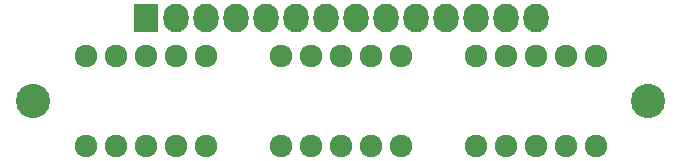
<source format=gbr>
G04 #@! TF.FileFunction,Soldermask,Bot*
%FSLAX46Y46*%
G04 Gerber Fmt 4.6, Leading zero omitted, Abs format (unit mm)*
G04 Created by KiCad (PCBNEW 4.0.2-stable) date Sunday, August 14, 2016 'PMt' 09:10:01 PM*
%MOMM*%
G01*
G04 APERTURE LIST*
%ADD10C,0.100000*%
%ADD11C,2.900000*%
%ADD12C,1.924000*%
%ADD13R,2.127200X2.432000*%
%ADD14O,2.127200X2.432000*%
G04 APERTURE END LIST*
D10*
D11*
X164465000Y-107315000D03*
X112395000Y-107315000D03*
D12*
X116840000Y-111125000D03*
X119380000Y-111125000D03*
X121920000Y-111125000D03*
X124460000Y-111125000D03*
X127000000Y-111125000D03*
X127000000Y-103505000D03*
X124460000Y-103505000D03*
X121920000Y-103505000D03*
X119380000Y-103505000D03*
X116840000Y-103505000D03*
X133350000Y-111125000D03*
X135890000Y-111125000D03*
X138430000Y-111125000D03*
X140970000Y-111125000D03*
X143510000Y-111125000D03*
X143510000Y-103505000D03*
X140970000Y-103505000D03*
X138430000Y-103505000D03*
X135890000Y-103505000D03*
X133350000Y-103505000D03*
X149860000Y-111125000D03*
X152400000Y-111125000D03*
X154940000Y-111125000D03*
X157480000Y-111125000D03*
X160020000Y-111125000D03*
X160020000Y-103505000D03*
X157480000Y-103505000D03*
X154940000Y-103505000D03*
X152400000Y-103505000D03*
X149860000Y-103505000D03*
D13*
X121920000Y-100330000D03*
D14*
X124460000Y-100330000D03*
X127000000Y-100330000D03*
X129540000Y-100330000D03*
X132080000Y-100330000D03*
X134620000Y-100330000D03*
X137160000Y-100330000D03*
X139700000Y-100330000D03*
X142240000Y-100330000D03*
X144780000Y-100330000D03*
X147320000Y-100330000D03*
X149860000Y-100330000D03*
X152400000Y-100330000D03*
X154940000Y-100330000D03*
M02*

</source>
